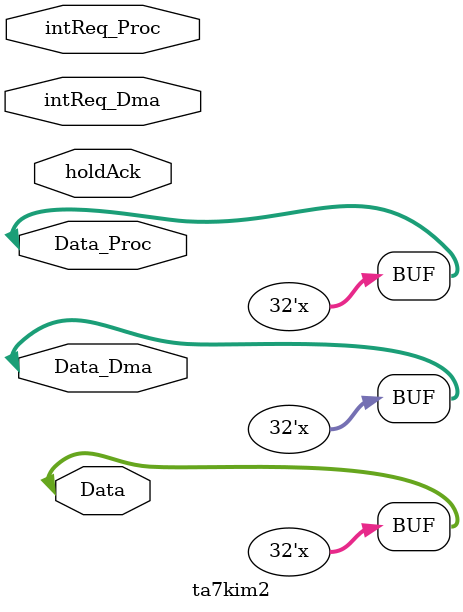
<source format=v>
module t7kim (Data,Data_Proc,Data_Dma,ramCtrl,outAddress,clk,ramctrldma,ramctrlproc,outaddressdma,outaddressproc,holdackproc);
input ramctrldma,ramctrlproc,holdackproc,clk;
input [5:0] outaddressdma,outaddressproc;
output reg ramCtrl;
output reg [5:0] outAddress;
//assign data=(ramctrl==0&&hRDY==1 &&holdack==1)? ramdata:32'hzzzzzzzz ;
reg flag;

inout [31:0] Data,Data_Proc,Data_Dma;

///
assign Data = (flag ==1 && ramctrldma==1)? Data_Dma
		:(flag ==0 && ramctrlproc ==1)? Data_Proc
		:32'hzzzzzzzz;
assign Data = 32'hzzzzzzzz;

////
assign Data_Proc = (flag==0 && ramctrlproc ==0)? Data:32'hzzzzzzzz;
assign Data_Proc = 32'hzzzzzzzz;
////
assign Data_Dma = (flag==1 && ramctrldma ==0)? Data:32'hzzzzzzzz;
assign Data_Dma = 32'hzzzzzzzz;

///
initial
begin
flag=0;
end

/////////////////////////ramctrl and address
always@(posedge clk or ramctrlproc or ramctrldma)
begin
if(holdackproc)
begin
flag<=1;
outAddress<=outaddressdma;
ramCtrl<=ramctrldma;
end
else
begin
flag<=0;
outAddress<=outaddressproc;
ramCtrl<=ramctrlproc;
end
end



endmodule


module ta7kim2(Data,Data_Proc,Data_Dma,holdAck,intReq_Dma,intReq_Proc);
input holdAck;
input [2:0] intReq_Dma,intReq_Proc;

inout [31:0] Data,Data_Proc,Data_Dma;


assign Data =(holdAck==1 && intReq_Dma[2]==0)? Data_Dma
		:(holdAck==0 && intReq_Proc[2]==0)? Data_Proc
		:32'hzzzzzzzz;
assign Data = 32'hzzzzzzzz;

assign Data_Proc =(holdAck==0 && intReq_Proc[2]==1)? Data: 32'hzzzzzzzz;
assign Data_Proc =32'hzzzzzzzz;

assign Data_Dma=(holdAck==1 && intReq_Dma[2]==1)? Data:32'hzzzzzzzz;
assign Data_Dma =32'hzzzzzzzz;

endmodule 



</source>
